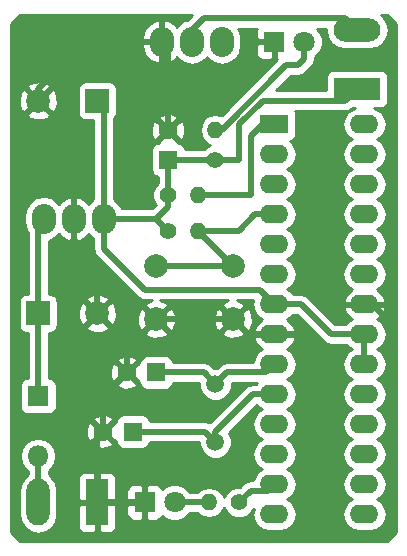
<source format=gbr>
G04 #@! TF.FileFunction,Copper,L2,Bot,Signal*
%FSLAX46Y46*%
G04 Gerber Fmt 4.6, Leading zero omitted, Abs format (unit mm)*
G04 Created by KiCad (PCBNEW 4.0.5) date Wednesday, 05 April 2017 'AMt' 09:54:50*
%MOMM*%
%LPD*%
G01*
G04 APERTURE LIST*
%ADD10C,0.100000*%
%ADD11R,2.400000X1.600000*%
%ADD12O,2.400000X1.600000*%
%ADD13R,2.000000X2.000000*%
%ADD14C,2.000000*%
%ADD15R,1.800000X1.800000*%
%ADD16C,1.800000*%
%ADD17O,1.800000X1.800000*%
%ADD18R,1.980000X3.960000*%
%ADD19O,1.980000X3.960000*%
%ADD20R,3.960000X1.980000*%
%ADD21O,3.960000X1.980000*%
%ADD22O,2.032000X2.540000*%
%ADD23C,1.400000*%
%ADD24O,1.400000X1.400000*%
%ADD25C,1.500000*%
%ADD26R,1.600000X1.600000*%
%ADD27C,1.600000*%
%ADD28C,0.500000*%
%ADD29C,0.254000*%
G04 APERTURE END LIST*
D10*
D11*
X138000000Y-119000000D03*
D12*
X145620000Y-152020000D03*
X138000000Y-121540000D03*
X145620000Y-149480000D03*
X138000000Y-124080000D03*
X145620000Y-146940000D03*
X138000000Y-126620000D03*
X145620000Y-144400000D03*
X138000000Y-129160000D03*
X145620000Y-141860000D03*
X138000000Y-131700000D03*
X145620000Y-139320000D03*
X138000000Y-134240000D03*
X145620000Y-136780000D03*
X138000000Y-136780000D03*
X145620000Y-134240000D03*
X138000000Y-139320000D03*
X145620000Y-131700000D03*
X138000000Y-141860000D03*
X145620000Y-129160000D03*
X138000000Y-144400000D03*
X145620000Y-126620000D03*
X138000000Y-146940000D03*
X145620000Y-124080000D03*
X138000000Y-149480000D03*
X145620000Y-121540000D03*
X138000000Y-152020000D03*
X145620000Y-119000000D03*
D13*
X118000000Y-135000000D03*
D14*
X123000000Y-135000000D03*
D13*
X123000000Y-117000000D03*
D14*
X118000000Y-117000000D03*
D15*
X127000000Y-151000000D03*
D16*
X129540000Y-151000000D03*
D15*
X118000000Y-142000000D03*
D17*
X118000000Y-147080000D03*
D15*
X138000000Y-112000000D03*
D16*
X140540000Y-112000000D03*
D18*
X123000000Y-151000000D03*
D19*
X118000000Y-151000000D03*
D20*
X145000000Y-116000000D03*
D21*
X145000000Y-111000000D03*
D22*
X131000000Y-112000000D03*
X128460000Y-112000000D03*
X133540000Y-112000000D03*
D23*
X135000000Y-151000000D03*
D24*
X132460000Y-151000000D03*
D23*
X129000000Y-128000000D03*
D24*
X131540000Y-128000000D03*
D23*
X133000000Y-122000000D03*
D24*
X133000000Y-119460000D03*
D23*
X129000000Y-125000000D03*
D24*
X131540000Y-125000000D03*
D22*
X121000000Y-127000000D03*
X123540000Y-127000000D03*
X118460000Y-127000000D03*
D25*
X133000000Y-141000000D03*
X133000000Y-145900000D03*
D14*
X128000000Y-135500000D03*
X128000000Y-131000000D03*
X134500000Y-135500000D03*
X134500000Y-131000000D03*
D26*
X129000000Y-122000000D03*
D27*
X129000000Y-119500000D03*
D26*
X128000000Y-140000000D03*
D27*
X125500000Y-140000000D03*
D26*
X126000000Y-145000000D03*
D27*
X123500000Y-145000000D03*
D28*
X118000000Y-135000000D02*
X118000000Y-127460000D01*
X118000000Y-127460000D02*
X118460000Y-127000000D01*
X118000000Y-142000000D02*
X118000000Y-135000000D01*
X145620000Y-134240000D02*
X146240000Y-134240000D01*
X146240000Y-134240000D02*
X148000000Y-136000000D01*
X148000000Y-136000000D02*
X148000000Y-153000000D01*
X148000000Y-153000000D02*
X147000000Y-154000000D01*
X147000000Y-154000000D02*
X142000000Y-154000000D01*
X142000000Y-154000000D02*
X141000000Y-153000000D01*
X141000000Y-153000000D02*
X141000000Y-138000000D01*
X141000000Y-138000000D02*
X139780000Y-136780000D01*
X139780000Y-136780000D02*
X138000000Y-136780000D01*
X129000000Y-119500000D02*
X129000000Y-112540000D01*
X129000000Y-112540000D02*
X128460000Y-112000000D01*
X118000000Y-117000000D02*
X118000000Y-116000000D01*
X118000000Y-116000000D02*
X122000000Y-112000000D01*
X122000000Y-112000000D02*
X128460000Y-112000000D01*
X128000000Y-135500000D02*
X134500000Y-135500000D01*
X134500000Y-135500000D02*
X135780000Y-136780000D01*
X135780000Y-136780000D02*
X138000000Y-136780000D01*
X121000000Y-127000000D02*
X121000000Y-120000000D01*
X121000000Y-120000000D02*
X118000000Y-117000000D01*
X123000000Y-135000000D02*
X123000000Y-132000000D01*
X121000000Y-130000000D02*
X121000000Y-127000000D01*
X123000000Y-132000000D02*
X121000000Y-130000000D01*
X125500000Y-140000000D02*
X125500000Y-137500000D01*
X125500000Y-137500000D02*
X123000000Y-135000000D01*
X125500000Y-138000000D02*
X128000000Y-135500000D01*
X125500000Y-140000000D02*
X125500000Y-138000000D01*
X123500000Y-145000000D02*
X123500000Y-142000000D01*
X123500000Y-142000000D02*
X125500000Y-140000000D01*
X123000000Y-151000000D02*
X123000000Y-145500000D01*
X123000000Y-145500000D02*
X123500000Y-145000000D01*
X123000000Y-151000000D02*
X127000000Y-151000000D01*
X123540000Y-127000000D02*
X123540000Y-117540000D01*
X123540000Y-117540000D02*
X123000000Y-117000000D01*
X133000000Y-122000000D02*
X135000000Y-122000000D01*
X144000000Y-117000000D02*
X145000000Y-116000000D01*
X137000000Y-117000000D02*
X144000000Y-117000000D01*
X135000000Y-119000000D02*
X137000000Y-117000000D01*
X135000000Y-122000000D02*
X135000000Y-119000000D01*
X129000000Y-122000000D02*
X133000000Y-122000000D01*
X129000000Y-125000000D02*
X129000000Y-122000000D01*
X129000000Y-125000000D02*
X129000000Y-126000000D01*
X129000000Y-126000000D02*
X128000000Y-127000000D01*
X123540000Y-127000000D02*
X128000000Y-127000000D01*
X128000000Y-127000000D02*
X129000000Y-128000000D01*
X145620000Y-136780000D02*
X145620000Y-139320000D01*
X138000000Y-134240000D02*
X140240000Y-134240000D01*
X142780000Y-136780000D02*
X145620000Y-136780000D01*
X140240000Y-134240000D02*
X142780000Y-136780000D01*
X123540000Y-127000000D02*
X123540000Y-129540000D01*
X136760000Y-133000000D02*
X138000000Y-134240000D01*
X127000000Y-133000000D02*
X136760000Y-133000000D01*
X123540000Y-129540000D02*
X127000000Y-133000000D01*
X133000000Y-141000000D02*
X134000000Y-140000000D01*
X134000000Y-140000000D02*
X137320000Y-140000000D01*
X137320000Y-140000000D02*
X138000000Y-139320000D01*
X128000000Y-140000000D02*
X132000000Y-140000000D01*
X132000000Y-140000000D02*
X133000000Y-141000000D01*
X133000000Y-145900000D02*
X133000000Y-145000000D01*
X136140000Y-141860000D02*
X138000000Y-141860000D01*
X133000000Y-145000000D02*
X136140000Y-141860000D01*
X126000000Y-145000000D02*
X132100000Y-145000000D01*
X132100000Y-145000000D02*
X133000000Y-145900000D01*
X129540000Y-151000000D02*
X132460000Y-151000000D01*
X118000000Y-151000000D02*
X118000000Y-147080000D01*
X133000000Y-119460000D02*
X133540000Y-119460000D01*
X133540000Y-119460000D02*
X139000000Y-114000000D01*
X139000000Y-114000000D02*
X140000000Y-114000000D01*
X140000000Y-114000000D02*
X140540000Y-113460000D01*
X140540000Y-113460000D02*
X140540000Y-112000000D01*
X131000000Y-112000000D02*
X131000000Y-111000000D01*
X131000000Y-111000000D02*
X132000000Y-110000000D01*
X132000000Y-110000000D02*
X144000000Y-110000000D01*
X144000000Y-110000000D02*
X145000000Y-111000000D01*
X131540000Y-125000000D02*
X136000000Y-125000000D01*
X136000000Y-120000000D02*
X137000000Y-119000000D01*
X136000000Y-125000000D02*
X136000000Y-120000000D01*
X137000000Y-119000000D02*
X138000000Y-119000000D01*
X135000000Y-151000000D02*
X136000000Y-150000000D01*
X136000000Y-150000000D02*
X137480000Y-150000000D01*
X137480000Y-150000000D02*
X138000000Y-149480000D01*
X131540000Y-128000000D02*
X135000000Y-128000000D01*
X136380000Y-126620000D02*
X138000000Y-126620000D01*
X135000000Y-128000000D02*
X136380000Y-126620000D01*
X128000000Y-131000000D02*
X134500000Y-131000000D01*
X134500000Y-131000000D02*
X134000000Y-130500000D01*
X134000000Y-130500000D02*
X134000000Y-130460000D01*
X134000000Y-130460000D02*
X131540000Y-128000000D01*
D29*
G36*
X130613951Y-110134469D02*
X130368190Y-110183354D01*
X129832567Y-110541246D01*
X129715946Y-110715781D01*
X129537630Y-110488764D01*
X128974477Y-110172074D01*
X128842944Y-110140025D01*
X128587000Y-110259164D01*
X128587000Y-111873000D01*
X128607000Y-111873000D01*
X128607000Y-112127000D01*
X128587000Y-112127000D01*
X128587000Y-113740836D01*
X128842944Y-113859975D01*
X128974477Y-113827926D01*
X129537630Y-113511236D01*
X129715946Y-113284219D01*
X129832567Y-113458754D01*
X130368190Y-113816646D01*
X131000000Y-113942321D01*
X131631810Y-113816646D01*
X132167433Y-113458754D01*
X132270000Y-113305252D01*
X132372567Y-113458754D01*
X132908190Y-113816646D01*
X133540000Y-113942321D01*
X134171810Y-113816646D01*
X134707433Y-113458754D01*
X135065325Y-112923131D01*
X135191000Y-112291321D01*
X135191000Y-112285750D01*
X136465000Y-112285750D01*
X136465000Y-113026310D01*
X136561673Y-113259699D01*
X136740302Y-113438327D01*
X136973691Y-113535000D01*
X137714250Y-113535000D01*
X137873000Y-113376250D01*
X137873000Y-112127000D01*
X136623750Y-112127000D01*
X136465000Y-112285750D01*
X135191000Y-112285750D01*
X135191000Y-111708679D01*
X135065325Y-111076869D01*
X134937122Y-110885000D01*
X136501737Y-110885000D01*
X136465000Y-110973690D01*
X136465000Y-111714250D01*
X136623750Y-111873000D01*
X137873000Y-111873000D01*
X137873000Y-111853000D01*
X138127000Y-111853000D01*
X138127000Y-111873000D01*
X138147000Y-111873000D01*
X138147000Y-112127000D01*
X138127000Y-112127000D01*
X138127000Y-113376250D01*
X138249585Y-113498835D01*
X133533105Y-118215316D01*
X133510882Y-118200467D01*
X133000000Y-118098846D01*
X132489118Y-118200467D01*
X132056012Y-118489858D01*
X131766621Y-118922964D01*
X131665000Y-119433846D01*
X131665000Y-119486154D01*
X131766621Y-119997036D01*
X132056012Y-120430142D01*
X132489118Y-120719533D01*
X132566045Y-120734835D01*
X132244771Y-120867582D01*
X131996921Y-121115000D01*
X130431446Y-121115000D01*
X130403162Y-120964683D01*
X130264090Y-120748559D01*
X130051890Y-120603569D01*
X129813799Y-120555354D01*
X129828139Y-120507745D01*
X129000000Y-119679605D01*
X128171861Y-120507745D01*
X128186145Y-120555167D01*
X127964683Y-120596838D01*
X127748559Y-120735910D01*
X127603569Y-120948110D01*
X127552560Y-121200000D01*
X127552560Y-122800000D01*
X127596838Y-123035317D01*
X127735910Y-123251441D01*
X127948110Y-123396431D01*
X128115000Y-123430227D01*
X128115000Y-123997127D01*
X127868902Y-124242796D01*
X127665232Y-124733287D01*
X127664769Y-125264383D01*
X127867582Y-125755229D01*
X127930332Y-125818089D01*
X127633420Y-126115000D01*
X125072910Y-126115000D01*
X125065325Y-126076869D01*
X124707433Y-125541246D01*
X124425000Y-125352530D01*
X124425000Y-119283223D01*
X127553035Y-119283223D01*
X127580222Y-119853454D01*
X127746136Y-120254005D01*
X127992255Y-120328139D01*
X128820395Y-119500000D01*
X129179605Y-119500000D01*
X130007745Y-120328139D01*
X130253864Y-120254005D01*
X130446965Y-119716777D01*
X130419778Y-119146546D01*
X130253864Y-118745995D01*
X130007745Y-118671861D01*
X129179605Y-119500000D01*
X128820395Y-119500000D01*
X127992255Y-118671861D01*
X127746136Y-118745995D01*
X127553035Y-119283223D01*
X124425000Y-119283223D01*
X124425000Y-118492255D01*
X128171861Y-118492255D01*
X129000000Y-119320395D01*
X129828139Y-118492255D01*
X129754005Y-118246136D01*
X129216777Y-118053035D01*
X128646546Y-118080222D01*
X128245995Y-118246136D01*
X128171861Y-118492255D01*
X124425000Y-118492255D01*
X124425000Y-118481104D01*
X124451441Y-118464090D01*
X124596431Y-118251890D01*
X124647440Y-118000000D01*
X124647440Y-116000000D01*
X124603162Y-115764683D01*
X124464090Y-115548559D01*
X124251890Y-115403569D01*
X124000000Y-115352560D01*
X122000000Y-115352560D01*
X121764683Y-115396838D01*
X121548559Y-115535910D01*
X121403569Y-115748110D01*
X121352560Y-116000000D01*
X121352560Y-118000000D01*
X121396838Y-118235317D01*
X121535910Y-118451441D01*
X121748110Y-118596431D01*
X122000000Y-118647440D01*
X122655000Y-118647440D01*
X122655000Y-125352530D01*
X122372567Y-125541246D01*
X122255946Y-125715781D01*
X122077630Y-125488764D01*
X121514477Y-125172074D01*
X121382944Y-125140025D01*
X121127000Y-125259164D01*
X121127000Y-126873000D01*
X121147000Y-126873000D01*
X121147000Y-127127000D01*
X121127000Y-127127000D01*
X121127000Y-128740836D01*
X121382944Y-128859975D01*
X121514477Y-128827926D01*
X122077630Y-128511236D01*
X122255946Y-128284219D01*
X122372567Y-128458754D01*
X122655000Y-128647470D01*
X122655000Y-129539995D01*
X122654999Y-129540000D01*
X122688646Y-129709151D01*
X122722367Y-129878675D01*
X122884500Y-130121325D01*
X122914210Y-130165790D01*
X126374208Y-133625787D01*
X126374210Y-133625790D01*
X126661325Y-133817633D01*
X126717516Y-133828810D01*
X127000000Y-133885001D01*
X127000005Y-133885000D01*
X127597988Y-133885000D01*
X127125736Y-134080613D01*
X127027073Y-134347468D01*
X128000000Y-135320395D01*
X128972927Y-134347468D01*
X128874264Y-134080613D01*
X128347734Y-133885000D01*
X134097988Y-133885000D01*
X133625736Y-134080613D01*
X133527073Y-134347468D01*
X134500000Y-135320395D01*
X135472927Y-134347468D01*
X135374264Y-134080613D01*
X134847734Y-133885000D01*
X136199664Y-133885000D01*
X136129050Y-134240000D01*
X136238283Y-134789151D01*
X136549352Y-135254698D01*
X136927707Y-135507507D01*
X136495500Y-135855104D01*
X136225633Y-136348181D01*
X136208096Y-136430961D01*
X136330085Y-136653000D01*
X137873000Y-136653000D01*
X137873000Y-136633000D01*
X138127000Y-136633000D01*
X138127000Y-136653000D01*
X139669915Y-136653000D01*
X139791904Y-136430961D01*
X139774367Y-136348181D01*
X139504500Y-135855104D01*
X139072293Y-135507507D01*
X139450648Y-135254698D01*
X139537310Y-135125000D01*
X139873420Y-135125000D01*
X142154208Y-137405787D01*
X142154210Y-137405790D01*
X142441325Y-137597633D01*
X142780000Y-137665000D01*
X144082690Y-137665000D01*
X144169352Y-137794698D01*
X144551438Y-138050000D01*
X144169352Y-138305302D01*
X143858283Y-138770849D01*
X143749050Y-139320000D01*
X143858283Y-139869151D01*
X144169352Y-140334698D01*
X144551438Y-140590000D01*
X144169352Y-140845302D01*
X143858283Y-141310849D01*
X143749050Y-141860000D01*
X143858283Y-142409151D01*
X144169352Y-142874698D01*
X144551438Y-143130000D01*
X144169352Y-143385302D01*
X143858283Y-143850849D01*
X143749050Y-144400000D01*
X143858283Y-144949151D01*
X144169352Y-145414698D01*
X144551438Y-145670000D01*
X144169352Y-145925302D01*
X143858283Y-146390849D01*
X143749050Y-146940000D01*
X143858283Y-147489151D01*
X144169352Y-147954698D01*
X144551438Y-148210000D01*
X144169352Y-148465302D01*
X143858283Y-148930849D01*
X143749050Y-149480000D01*
X143858283Y-150029151D01*
X144169352Y-150494698D01*
X144551438Y-150750000D01*
X144169352Y-151005302D01*
X143858283Y-151470849D01*
X143749050Y-152020000D01*
X143858283Y-152569151D01*
X144169352Y-153034698D01*
X144634899Y-153345767D01*
X145184050Y-153455000D01*
X146055950Y-153455000D01*
X146605101Y-153345767D01*
X147070648Y-153034698D01*
X147381717Y-152569151D01*
X147490950Y-152020000D01*
X147381717Y-151470849D01*
X147070648Y-151005302D01*
X146688562Y-150750000D01*
X147070648Y-150494698D01*
X147381717Y-150029151D01*
X147490950Y-149480000D01*
X147381717Y-148930849D01*
X147070648Y-148465302D01*
X146688562Y-148210000D01*
X147070648Y-147954698D01*
X147381717Y-147489151D01*
X147490950Y-146940000D01*
X147381717Y-146390849D01*
X147070648Y-145925302D01*
X146688562Y-145670000D01*
X147070648Y-145414698D01*
X147381717Y-144949151D01*
X147490950Y-144400000D01*
X147381717Y-143850849D01*
X147070648Y-143385302D01*
X146688562Y-143130000D01*
X147070648Y-142874698D01*
X147381717Y-142409151D01*
X147490950Y-141860000D01*
X147381717Y-141310849D01*
X147070648Y-140845302D01*
X146688562Y-140590000D01*
X147070648Y-140334698D01*
X147381717Y-139869151D01*
X147490950Y-139320000D01*
X147381717Y-138770849D01*
X147070648Y-138305302D01*
X146688562Y-138050000D01*
X147070648Y-137794698D01*
X147381717Y-137329151D01*
X147490950Y-136780000D01*
X147381717Y-136230849D01*
X147070648Y-135765302D01*
X146692293Y-135512493D01*
X147124500Y-135164896D01*
X147394367Y-134671819D01*
X147411904Y-134589039D01*
X147289915Y-134367000D01*
X145747000Y-134367000D01*
X145747000Y-134387000D01*
X145493000Y-134387000D01*
X145493000Y-134367000D01*
X143950085Y-134367000D01*
X143828096Y-134589039D01*
X143845633Y-134671819D01*
X144115500Y-135164896D01*
X144547707Y-135512493D01*
X144169352Y-135765302D01*
X144082690Y-135895000D01*
X143146579Y-135895000D01*
X140865790Y-133614210D01*
X140815508Y-133580613D01*
X140578675Y-133422367D01*
X140484172Y-133403569D01*
X140240000Y-133354999D01*
X140239995Y-133355000D01*
X139537310Y-133355000D01*
X139450648Y-133225302D01*
X139068562Y-132970000D01*
X139450648Y-132714698D01*
X139761717Y-132249151D01*
X139870950Y-131700000D01*
X139761717Y-131150849D01*
X139450648Y-130685302D01*
X139068562Y-130430000D01*
X139450648Y-130174698D01*
X139761717Y-129709151D01*
X139870950Y-129160000D01*
X139761717Y-128610849D01*
X139450648Y-128145302D01*
X139068562Y-127890000D01*
X139450648Y-127634698D01*
X139761717Y-127169151D01*
X139870950Y-126620000D01*
X139761717Y-126070849D01*
X139450648Y-125605302D01*
X139068562Y-125350000D01*
X139450648Y-125094698D01*
X139761717Y-124629151D01*
X139870950Y-124080000D01*
X139761717Y-123530849D01*
X139450648Y-123065302D01*
X139068562Y-122810000D01*
X139450648Y-122554698D01*
X139761717Y-122089151D01*
X139870950Y-121540000D01*
X139761717Y-120990849D01*
X139450648Y-120525302D01*
X139304650Y-120427749D01*
X139435317Y-120403162D01*
X139651441Y-120264090D01*
X139796431Y-120051890D01*
X139847440Y-119800000D01*
X139847440Y-118200000D01*
X139803162Y-117964683D01*
X139751887Y-117885000D01*
X143999995Y-117885000D01*
X144000000Y-117885001D01*
X144282484Y-117828810D01*
X144338675Y-117817633D01*
X144608354Y-117637440D01*
X144819870Y-117637440D01*
X144634899Y-117674233D01*
X144169352Y-117985302D01*
X143858283Y-118450849D01*
X143749050Y-119000000D01*
X143858283Y-119549151D01*
X144169352Y-120014698D01*
X144551438Y-120270000D01*
X144169352Y-120525302D01*
X143858283Y-120990849D01*
X143749050Y-121540000D01*
X143858283Y-122089151D01*
X144169352Y-122554698D01*
X144551438Y-122810000D01*
X144169352Y-123065302D01*
X143858283Y-123530849D01*
X143749050Y-124080000D01*
X143858283Y-124629151D01*
X144169352Y-125094698D01*
X144551438Y-125350000D01*
X144169352Y-125605302D01*
X143858283Y-126070849D01*
X143749050Y-126620000D01*
X143858283Y-127169151D01*
X144169352Y-127634698D01*
X144551438Y-127890000D01*
X144169352Y-128145302D01*
X143858283Y-128610849D01*
X143749050Y-129160000D01*
X143858283Y-129709151D01*
X144169352Y-130174698D01*
X144551438Y-130430000D01*
X144169352Y-130685302D01*
X143858283Y-131150849D01*
X143749050Y-131700000D01*
X143858283Y-132249151D01*
X144169352Y-132714698D01*
X144547707Y-132967507D01*
X144115500Y-133315104D01*
X143845633Y-133808181D01*
X143828096Y-133890961D01*
X143950085Y-134113000D01*
X145493000Y-134113000D01*
X145493000Y-134093000D01*
X145747000Y-134093000D01*
X145747000Y-134113000D01*
X147289915Y-134113000D01*
X147411904Y-133890961D01*
X147394367Y-133808181D01*
X147124500Y-133315104D01*
X146692293Y-132967507D01*
X147070648Y-132714698D01*
X147381717Y-132249151D01*
X147490950Y-131700000D01*
X147381717Y-131150849D01*
X147070648Y-130685302D01*
X146688562Y-130430000D01*
X147070648Y-130174698D01*
X147381717Y-129709151D01*
X147490950Y-129160000D01*
X147381717Y-128610849D01*
X147070648Y-128145302D01*
X146688562Y-127890000D01*
X147070648Y-127634698D01*
X147381717Y-127169151D01*
X147490950Y-126620000D01*
X147381717Y-126070849D01*
X147070648Y-125605302D01*
X146688562Y-125350000D01*
X147070648Y-125094698D01*
X147381717Y-124629151D01*
X147490950Y-124080000D01*
X147381717Y-123530849D01*
X147070648Y-123065302D01*
X146688562Y-122810000D01*
X147070648Y-122554698D01*
X147381717Y-122089151D01*
X147490950Y-121540000D01*
X147381717Y-120990849D01*
X147070648Y-120525302D01*
X146688562Y-120270000D01*
X147070648Y-120014698D01*
X147381717Y-119549151D01*
X147490950Y-119000000D01*
X147381717Y-118450849D01*
X147070648Y-117985302D01*
X146605101Y-117674233D01*
X146420130Y-117637440D01*
X146980000Y-117637440D01*
X147215317Y-117593162D01*
X147431441Y-117454090D01*
X147576431Y-117241890D01*
X147627440Y-116990000D01*
X147627440Y-115010000D01*
X147583162Y-114774683D01*
X147444090Y-114558559D01*
X147231890Y-114413569D01*
X146980000Y-114362560D01*
X143020000Y-114362560D01*
X142784683Y-114406838D01*
X142568559Y-114545910D01*
X142423569Y-114758110D01*
X142372560Y-115010000D01*
X142372560Y-116115000D01*
X138136579Y-116115000D01*
X139366579Y-114885000D01*
X139999995Y-114885000D01*
X140000000Y-114885001D01*
X140282484Y-114828810D01*
X140338675Y-114817633D01*
X140625790Y-114625790D01*
X141165787Y-114085792D01*
X141165790Y-114085790D01*
X141357633Y-113798675D01*
X141425000Y-113460000D01*
X141425000Y-113285468D01*
X141840551Y-112870643D01*
X142074733Y-112306670D01*
X142075265Y-111696009D01*
X141842068Y-111131629D01*
X141595870Y-110885000D01*
X142356644Y-110885000D01*
X142333769Y-111000000D01*
X142457465Y-111621861D01*
X142809720Y-112149049D01*
X143336908Y-112501304D01*
X143958769Y-112625000D01*
X146041231Y-112625000D01*
X146663092Y-112501304D01*
X147190280Y-112149049D01*
X147542535Y-111621861D01*
X147666231Y-111000000D01*
X147542535Y-110378139D01*
X147190280Y-109850951D01*
X146979331Y-109710000D01*
X147530394Y-109710000D01*
X148290000Y-110469606D01*
X148290000Y-153530394D01*
X147530394Y-154290000D01*
X116469606Y-154290000D01*
X115710000Y-153530394D01*
X115710000Y-149958769D01*
X116375000Y-149958769D01*
X116375000Y-152041231D01*
X116498696Y-152663092D01*
X116850951Y-153190280D01*
X117378139Y-153542535D01*
X118000000Y-153666231D01*
X118621861Y-153542535D01*
X119149049Y-153190280D01*
X119501304Y-152663092D01*
X119625000Y-152041231D01*
X119625000Y-151285750D01*
X121375000Y-151285750D01*
X121375000Y-153106310D01*
X121471673Y-153339699D01*
X121650302Y-153518327D01*
X121883691Y-153615000D01*
X122714250Y-153615000D01*
X122873000Y-153456250D01*
X122873000Y-151127000D01*
X123127000Y-151127000D01*
X123127000Y-153456250D01*
X123285750Y-153615000D01*
X124116309Y-153615000D01*
X124349698Y-153518327D01*
X124528327Y-153339699D01*
X124625000Y-153106310D01*
X124625000Y-151285750D01*
X125465000Y-151285750D01*
X125465000Y-152026310D01*
X125561673Y-152259699D01*
X125740302Y-152438327D01*
X125973691Y-152535000D01*
X126714250Y-152535000D01*
X126873000Y-152376250D01*
X126873000Y-151127000D01*
X125623750Y-151127000D01*
X125465000Y-151285750D01*
X124625000Y-151285750D01*
X124466250Y-151127000D01*
X123127000Y-151127000D01*
X122873000Y-151127000D01*
X121533750Y-151127000D01*
X121375000Y-151285750D01*
X119625000Y-151285750D01*
X119625000Y-149958769D01*
X119501304Y-149336908D01*
X119205156Y-148893690D01*
X121375000Y-148893690D01*
X121375000Y-150714250D01*
X121533750Y-150873000D01*
X122873000Y-150873000D01*
X122873000Y-148543750D01*
X123127000Y-148543750D01*
X123127000Y-150873000D01*
X124466250Y-150873000D01*
X124625000Y-150714250D01*
X124625000Y-149973690D01*
X125465000Y-149973690D01*
X125465000Y-150714250D01*
X125623750Y-150873000D01*
X126873000Y-150873000D01*
X126873000Y-149623750D01*
X126714250Y-149465000D01*
X125973691Y-149465000D01*
X125740302Y-149561673D01*
X125561673Y-149740301D01*
X125465000Y-149973690D01*
X124625000Y-149973690D01*
X124625000Y-148893690D01*
X124528327Y-148660301D01*
X124349698Y-148481673D01*
X124116309Y-148385000D01*
X123285750Y-148385000D01*
X123127000Y-148543750D01*
X122873000Y-148543750D01*
X122714250Y-148385000D01*
X121883691Y-148385000D01*
X121650302Y-148481673D01*
X121471673Y-148660301D01*
X121375000Y-148893690D01*
X119205156Y-148893690D01*
X119149049Y-148809720D01*
X118885000Y-148633288D01*
X118885000Y-148329390D01*
X119085409Y-148195481D01*
X119418155Y-147697491D01*
X119535000Y-147110072D01*
X119535000Y-147049928D01*
X119418155Y-146462509D01*
X119114292Y-146007745D01*
X122671861Y-146007745D01*
X122745995Y-146253864D01*
X123283223Y-146446965D01*
X123853454Y-146419778D01*
X124254005Y-146253864D01*
X124328139Y-146007745D01*
X123500000Y-145179605D01*
X122671861Y-146007745D01*
X119114292Y-146007745D01*
X119085409Y-145964519D01*
X118587419Y-145631773D01*
X118000000Y-145514928D01*
X117412581Y-145631773D01*
X116914591Y-145964519D01*
X116581845Y-146462509D01*
X116465000Y-147049928D01*
X116465000Y-147110072D01*
X116581845Y-147697491D01*
X116914591Y-148195481D01*
X117115000Y-148329390D01*
X117115000Y-148633288D01*
X116850951Y-148809720D01*
X116498696Y-149336908D01*
X116375000Y-149958769D01*
X115710000Y-149958769D01*
X115710000Y-144783223D01*
X122053035Y-144783223D01*
X122080222Y-145353454D01*
X122246136Y-145754005D01*
X122492255Y-145828139D01*
X123320395Y-145000000D01*
X123679605Y-145000000D01*
X124507745Y-145828139D01*
X124555167Y-145813855D01*
X124596838Y-146035317D01*
X124735910Y-146251441D01*
X124948110Y-146396431D01*
X125200000Y-146447440D01*
X126800000Y-146447440D01*
X127035317Y-146403162D01*
X127251441Y-146264090D01*
X127396431Y-146051890D01*
X127430227Y-145885000D01*
X131615013Y-145885000D01*
X131614760Y-146174285D01*
X131825169Y-146683515D01*
X132214436Y-147073461D01*
X132723298Y-147284759D01*
X133274285Y-147285240D01*
X133783515Y-147074831D01*
X134173461Y-146685564D01*
X134384759Y-146176702D01*
X134385240Y-145625715D01*
X134174831Y-145116485D01*
X134154980Y-145096600D01*
X136480270Y-142771309D01*
X136549352Y-142874698D01*
X136931438Y-143130000D01*
X136549352Y-143385302D01*
X136238283Y-143850849D01*
X136129050Y-144400000D01*
X136238283Y-144949151D01*
X136549352Y-145414698D01*
X136931438Y-145670000D01*
X136549352Y-145925302D01*
X136238283Y-146390849D01*
X136129050Y-146940000D01*
X136238283Y-147489151D01*
X136549352Y-147954698D01*
X136931438Y-148210000D01*
X136549352Y-148465302D01*
X136238283Y-148930849D01*
X136201653Y-149115000D01*
X136000005Y-149115000D01*
X136000000Y-149114999D01*
X135661326Y-149182366D01*
X135661324Y-149182367D01*
X135661325Y-149182367D01*
X135374210Y-149374210D01*
X135374208Y-149374213D01*
X135083349Y-149665072D01*
X134735617Y-149664769D01*
X134244771Y-149867582D01*
X133868902Y-150242796D01*
X133734784Y-150565788D01*
X133719533Y-150489118D01*
X133430142Y-150056012D01*
X132997036Y-149766621D01*
X132486154Y-149665000D01*
X132433846Y-149665000D01*
X131922964Y-149766621D01*
X131489858Y-150056012D01*
X131450444Y-150115000D01*
X130825468Y-150115000D01*
X130410643Y-149699449D01*
X129846670Y-149465267D01*
X129236009Y-149464735D01*
X128671629Y-149697932D01*
X128494159Y-149875092D01*
X128438327Y-149740301D01*
X128259698Y-149561673D01*
X128026309Y-149465000D01*
X127285750Y-149465000D01*
X127127000Y-149623750D01*
X127127000Y-150873000D01*
X127147000Y-150873000D01*
X127147000Y-151127000D01*
X127127000Y-151127000D01*
X127127000Y-152376250D01*
X127285750Y-152535000D01*
X128026309Y-152535000D01*
X128259698Y-152438327D01*
X128438327Y-152259699D01*
X128494119Y-152125006D01*
X128669357Y-152300551D01*
X129233330Y-152534733D01*
X129843991Y-152535265D01*
X130408371Y-152302068D01*
X130826169Y-151885000D01*
X131450444Y-151885000D01*
X131489858Y-151943988D01*
X131922964Y-152233379D01*
X132433846Y-152335000D01*
X132486154Y-152335000D01*
X132997036Y-152233379D01*
X133430142Y-151943988D01*
X133719533Y-151510882D01*
X133734835Y-151433955D01*
X133867582Y-151755229D01*
X134242796Y-152131098D01*
X134733287Y-152334768D01*
X135264383Y-152335231D01*
X135755229Y-152132418D01*
X136131098Y-151757204D01*
X136227506Y-151525028D01*
X136129050Y-152020000D01*
X136238283Y-152569151D01*
X136549352Y-153034698D01*
X137014899Y-153345767D01*
X137564050Y-153455000D01*
X138435950Y-153455000D01*
X138985101Y-153345767D01*
X139450648Y-153034698D01*
X139761717Y-152569151D01*
X139870950Y-152020000D01*
X139761717Y-151470849D01*
X139450648Y-151005302D01*
X139068562Y-150750000D01*
X139450648Y-150494698D01*
X139761717Y-150029151D01*
X139870950Y-149480000D01*
X139761717Y-148930849D01*
X139450648Y-148465302D01*
X139068562Y-148210000D01*
X139450648Y-147954698D01*
X139761717Y-147489151D01*
X139870950Y-146940000D01*
X139761717Y-146390849D01*
X139450648Y-145925302D01*
X139068562Y-145670000D01*
X139450648Y-145414698D01*
X139761717Y-144949151D01*
X139870950Y-144400000D01*
X139761717Y-143850849D01*
X139450648Y-143385302D01*
X139068562Y-143130000D01*
X139450648Y-142874698D01*
X139761717Y-142409151D01*
X139870950Y-141860000D01*
X139761717Y-141310849D01*
X139450648Y-140845302D01*
X139068562Y-140590000D01*
X139450648Y-140334698D01*
X139761717Y-139869151D01*
X139870950Y-139320000D01*
X139761717Y-138770849D01*
X139450648Y-138305302D01*
X139072293Y-138052493D01*
X139504500Y-137704896D01*
X139774367Y-137211819D01*
X139791904Y-137129039D01*
X139669915Y-136907000D01*
X138127000Y-136907000D01*
X138127000Y-136927000D01*
X137873000Y-136927000D01*
X137873000Y-136907000D01*
X136330085Y-136907000D01*
X136208096Y-137129039D01*
X136225633Y-137211819D01*
X136495500Y-137704896D01*
X136927707Y-138052493D01*
X136549352Y-138305302D01*
X136238283Y-138770849D01*
X136169827Y-139115000D01*
X134000005Y-139115000D01*
X134000000Y-139114999D01*
X133661326Y-139182366D01*
X133661324Y-139182367D01*
X133661325Y-139182367D01*
X133374210Y-139374210D01*
X133374208Y-139374213D01*
X133133305Y-139615116D01*
X132866463Y-139614883D01*
X132625790Y-139374210D01*
X132338675Y-139182367D01*
X132282484Y-139171190D01*
X132000000Y-139114999D01*
X131999995Y-139115000D01*
X129431446Y-139115000D01*
X129403162Y-138964683D01*
X129264090Y-138748559D01*
X129051890Y-138603569D01*
X128800000Y-138552560D01*
X127200000Y-138552560D01*
X126964683Y-138596838D01*
X126748559Y-138735910D01*
X126603569Y-138948110D01*
X126555354Y-139186201D01*
X126507745Y-139171861D01*
X125679605Y-140000000D01*
X126507745Y-140828139D01*
X126555167Y-140813855D01*
X126596838Y-141035317D01*
X126735910Y-141251441D01*
X126948110Y-141396431D01*
X127200000Y-141447440D01*
X128800000Y-141447440D01*
X129035317Y-141403162D01*
X129251441Y-141264090D01*
X129396431Y-141051890D01*
X129430227Y-140885000D01*
X131615100Y-140885000D01*
X131614760Y-141274285D01*
X131825169Y-141783515D01*
X132214436Y-142173461D01*
X132723298Y-142384759D01*
X133274285Y-142385240D01*
X133783515Y-142174831D01*
X134173461Y-141785564D01*
X134384759Y-141276702D01*
X134385101Y-140885000D01*
X136522827Y-140885000D01*
X136462690Y-140975000D01*
X136140005Y-140975000D01*
X136140000Y-140974999D01*
X135801326Y-141042366D01*
X135715071Y-141100000D01*
X135514210Y-141234210D01*
X135514208Y-141234213D01*
X132515033Y-144233387D01*
X132438675Y-144182367D01*
X132382484Y-144171190D01*
X132100000Y-144114999D01*
X132099995Y-144115000D01*
X127431446Y-144115000D01*
X127403162Y-143964683D01*
X127264090Y-143748559D01*
X127051890Y-143603569D01*
X126800000Y-143552560D01*
X125200000Y-143552560D01*
X124964683Y-143596838D01*
X124748559Y-143735910D01*
X124603569Y-143948110D01*
X124555354Y-144186201D01*
X124507745Y-144171861D01*
X123679605Y-145000000D01*
X123320395Y-145000000D01*
X122492255Y-144171861D01*
X122246136Y-144245995D01*
X122053035Y-144783223D01*
X115710000Y-144783223D01*
X115710000Y-143992255D01*
X122671861Y-143992255D01*
X123500000Y-144820395D01*
X124328139Y-143992255D01*
X124254005Y-143746136D01*
X123716777Y-143553035D01*
X123146546Y-143580222D01*
X122745995Y-143746136D01*
X122671861Y-143992255D01*
X115710000Y-143992255D01*
X115710000Y-134000000D01*
X116352560Y-134000000D01*
X116352560Y-136000000D01*
X116396838Y-136235317D01*
X116535910Y-136451441D01*
X116748110Y-136596431D01*
X117000000Y-136647440D01*
X117115000Y-136647440D01*
X117115000Y-140452560D01*
X117100000Y-140452560D01*
X116864683Y-140496838D01*
X116648559Y-140635910D01*
X116503569Y-140848110D01*
X116452560Y-141100000D01*
X116452560Y-142900000D01*
X116496838Y-143135317D01*
X116635910Y-143351441D01*
X116848110Y-143496431D01*
X117100000Y-143547440D01*
X118900000Y-143547440D01*
X119135317Y-143503162D01*
X119351441Y-143364090D01*
X119496431Y-143151890D01*
X119547440Y-142900000D01*
X119547440Y-141100000D01*
X119530082Y-141007745D01*
X124671861Y-141007745D01*
X124745995Y-141253864D01*
X125283223Y-141446965D01*
X125853454Y-141419778D01*
X126254005Y-141253864D01*
X126328139Y-141007745D01*
X125500000Y-140179605D01*
X124671861Y-141007745D01*
X119530082Y-141007745D01*
X119503162Y-140864683D01*
X119364090Y-140648559D01*
X119151890Y-140503569D01*
X118900000Y-140452560D01*
X118885000Y-140452560D01*
X118885000Y-139783223D01*
X124053035Y-139783223D01*
X124080222Y-140353454D01*
X124246136Y-140754005D01*
X124492255Y-140828139D01*
X125320395Y-140000000D01*
X124492255Y-139171861D01*
X124246136Y-139245995D01*
X124053035Y-139783223D01*
X118885000Y-139783223D01*
X118885000Y-138992255D01*
X124671861Y-138992255D01*
X125500000Y-139820395D01*
X126328139Y-138992255D01*
X126254005Y-138746136D01*
X125716777Y-138553035D01*
X125146546Y-138580222D01*
X124745995Y-138746136D01*
X124671861Y-138992255D01*
X118885000Y-138992255D01*
X118885000Y-136652532D01*
X127027073Y-136652532D01*
X127125736Y-136919387D01*
X127735461Y-137145908D01*
X128385460Y-137121856D01*
X128874264Y-136919387D01*
X128972927Y-136652532D01*
X133527073Y-136652532D01*
X133625736Y-136919387D01*
X134235461Y-137145908D01*
X134885460Y-137121856D01*
X135374264Y-136919387D01*
X135472927Y-136652532D01*
X134500000Y-135679605D01*
X133527073Y-136652532D01*
X128972927Y-136652532D01*
X128000000Y-135679605D01*
X127027073Y-136652532D01*
X118885000Y-136652532D01*
X118885000Y-136647440D01*
X119000000Y-136647440D01*
X119235317Y-136603162D01*
X119451441Y-136464090D01*
X119596431Y-136251890D01*
X119616551Y-136152532D01*
X122027073Y-136152532D01*
X122125736Y-136419387D01*
X122735461Y-136645908D01*
X123385460Y-136621856D01*
X123874264Y-136419387D01*
X123972927Y-136152532D01*
X123000000Y-135179605D01*
X122027073Y-136152532D01*
X119616551Y-136152532D01*
X119647440Y-136000000D01*
X119647440Y-134735461D01*
X121354092Y-134735461D01*
X121378144Y-135385460D01*
X121580613Y-135874264D01*
X121847468Y-135972927D01*
X122820395Y-135000000D01*
X123179605Y-135000000D01*
X124152532Y-135972927D01*
X124419387Y-135874264D01*
X124645908Y-135264539D01*
X124644833Y-135235461D01*
X126354092Y-135235461D01*
X126378144Y-135885460D01*
X126580613Y-136374264D01*
X126847468Y-136472927D01*
X127820395Y-135500000D01*
X128179605Y-135500000D01*
X129152532Y-136472927D01*
X129419387Y-136374264D01*
X129645908Y-135764539D01*
X129626331Y-135235461D01*
X132854092Y-135235461D01*
X132878144Y-135885460D01*
X133080613Y-136374264D01*
X133347468Y-136472927D01*
X134320395Y-135500000D01*
X134679605Y-135500000D01*
X135652532Y-136472927D01*
X135919387Y-136374264D01*
X136145908Y-135764539D01*
X136121856Y-135114540D01*
X135919387Y-134625736D01*
X135652532Y-134527073D01*
X134679605Y-135500000D01*
X134320395Y-135500000D01*
X133347468Y-134527073D01*
X133080613Y-134625736D01*
X132854092Y-135235461D01*
X129626331Y-135235461D01*
X129621856Y-135114540D01*
X129419387Y-134625736D01*
X129152532Y-134527073D01*
X128179605Y-135500000D01*
X127820395Y-135500000D01*
X126847468Y-134527073D01*
X126580613Y-134625736D01*
X126354092Y-135235461D01*
X124644833Y-135235461D01*
X124621856Y-134614540D01*
X124419387Y-134125736D01*
X124152532Y-134027073D01*
X123179605Y-135000000D01*
X122820395Y-135000000D01*
X121847468Y-134027073D01*
X121580613Y-134125736D01*
X121354092Y-134735461D01*
X119647440Y-134735461D01*
X119647440Y-134000000D01*
X119618740Y-133847468D01*
X122027073Y-133847468D01*
X123000000Y-134820395D01*
X123972927Y-133847468D01*
X123874264Y-133580613D01*
X123264539Y-133354092D01*
X122614540Y-133378144D01*
X122125736Y-133580613D01*
X122027073Y-133847468D01*
X119618740Y-133847468D01*
X119603162Y-133764683D01*
X119464090Y-133548559D01*
X119251890Y-133403569D01*
X119000000Y-133352560D01*
X118885000Y-133352560D01*
X118885000Y-128857783D01*
X119091810Y-128816646D01*
X119627433Y-128458754D01*
X119744054Y-128284219D01*
X119922370Y-128511236D01*
X120485523Y-128827926D01*
X120617056Y-128859975D01*
X120873000Y-128740836D01*
X120873000Y-127127000D01*
X120853000Y-127127000D01*
X120853000Y-126873000D01*
X120873000Y-126873000D01*
X120873000Y-125259164D01*
X120617056Y-125140025D01*
X120485523Y-125172074D01*
X119922370Y-125488764D01*
X119744054Y-125715781D01*
X119627433Y-125541246D01*
X119091810Y-125183354D01*
X118460000Y-125057679D01*
X117828190Y-125183354D01*
X117292567Y-125541246D01*
X116934675Y-126076869D01*
X116809000Y-126708679D01*
X116809000Y-127291321D01*
X116934675Y-127923131D01*
X117115000Y-128193006D01*
X117115000Y-133352560D01*
X117000000Y-133352560D01*
X116764683Y-133396838D01*
X116548559Y-133535910D01*
X116403569Y-133748110D01*
X116352560Y-134000000D01*
X115710000Y-134000000D01*
X115710000Y-118152532D01*
X117027073Y-118152532D01*
X117125736Y-118419387D01*
X117735461Y-118645908D01*
X118385460Y-118621856D01*
X118874264Y-118419387D01*
X118972927Y-118152532D01*
X118000000Y-117179605D01*
X117027073Y-118152532D01*
X115710000Y-118152532D01*
X115710000Y-116735461D01*
X116354092Y-116735461D01*
X116378144Y-117385460D01*
X116580613Y-117874264D01*
X116847468Y-117972927D01*
X117820395Y-117000000D01*
X118179605Y-117000000D01*
X119152532Y-117972927D01*
X119419387Y-117874264D01*
X119645908Y-117264539D01*
X119621856Y-116614540D01*
X119419387Y-116125736D01*
X119152532Y-116027073D01*
X118179605Y-117000000D01*
X117820395Y-117000000D01*
X116847468Y-116027073D01*
X116580613Y-116125736D01*
X116354092Y-116735461D01*
X115710000Y-116735461D01*
X115710000Y-115847468D01*
X117027073Y-115847468D01*
X118000000Y-116820395D01*
X118972927Y-115847468D01*
X118874264Y-115580613D01*
X118264539Y-115354092D01*
X117614540Y-115378144D01*
X117125736Y-115580613D01*
X117027073Y-115847468D01*
X115710000Y-115847468D01*
X115710000Y-112127000D01*
X126809000Y-112127000D01*
X126809000Y-112381000D01*
X126983276Y-113003143D01*
X127382370Y-113511236D01*
X127945523Y-113827926D01*
X128077056Y-113859975D01*
X128333000Y-113740836D01*
X128333000Y-112127000D01*
X126809000Y-112127000D01*
X115710000Y-112127000D01*
X115710000Y-111619000D01*
X126809000Y-111619000D01*
X126809000Y-111873000D01*
X128333000Y-111873000D01*
X128333000Y-110259164D01*
X128077056Y-110140025D01*
X127945523Y-110172074D01*
X127382370Y-110488764D01*
X126983276Y-110996857D01*
X126809000Y-111619000D01*
X115710000Y-111619000D01*
X115710000Y-110469606D01*
X116469606Y-109710000D01*
X131038421Y-109710000D01*
X130613951Y-110134469D01*
X130613951Y-110134469D01*
G37*
X130613951Y-110134469D02*
X130368190Y-110183354D01*
X129832567Y-110541246D01*
X129715946Y-110715781D01*
X129537630Y-110488764D01*
X128974477Y-110172074D01*
X128842944Y-110140025D01*
X128587000Y-110259164D01*
X128587000Y-111873000D01*
X128607000Y-111873000D01*
X128607000Y-112127000D01*
X128587000Y-112127000D01*
X128587000Y-113740836D01*
X128842944Y-113859975D01*
X128974477Y-113827926D01*
X129537630Y-113511236D01*
X129715946Y-113284219D01*
X129832567Y-113458754D01*
X130368190Y-113816646D01*
X131000000Y-113942321D01*
X131631810Y-113816646D01*
X132167433Y-113458754D01*
X132270000Y-113305252D01*
X132372567Y-113458754D01*
X132908190Y-113816646D01*
X133540000Y-113942321D01*
X134171810Y-113816646D01*
X134707433Y-113458754D01*
X135065325Y-112923131D01*
X135191000Y-112291321D01*
X135191000Y-112285750D01*
X136465000Y-112285750D01*
X136465000Y-113026310D01*
X136561673Y-113259699D01*
X136740302Y-113438327D01*
X136973691Y-113535000D01*
X137714250Y-113535000D01*
X137873000Y-113376250D01*
X137873000Y-112127000D01*
X136623750Y-112127000D01*
X136465000Y-112285750D01*
X135191000Y-112285750D01*
X135191000Y-111708679D01*
X135065325Y-111076869D01*
X134937122Y-110885000D01*
X136501737Y-110885000D01*
X136465000Y-110973690D01*
X136465000Y-111714250D01*
X136623750Y-111873000D01*
X137873000Y-111873000D01*
X137873000Y-111853000D01*
X138127000Y-111853000D01*
X138127000Y-111873000D01*
X138147000Y-111873000D01*
X138147000Y-112127000D01*
X138127000Y-112127000D01*
X138127000Y-113376250D01*
X138249585Y-113498835D01*
X133533105Y-118215316D01*
X133510882Y-118200467D01*
X133000000Y-118098846D01*
X132489118Y-118200467D01*
X132056012Y-118489858D01*
X131766621Y-118922964D01*
X131665000Y-119433846D01*
X131665000Y-119486154D01*
X131766621Y-119997036D01*
X132056012Y-120430142D01*
X132489118Y-120719533D01*
X132566045Y-120734835D01*
X132244771Y-120867582D01*
X131996921Y-121115000D01*
X130431446Y-121115000D01*
X130403162Y-120964683D01*
X130264090Y-120748559D01*
X130051890Y-120603569D01*
X129813799Y-120555354D01*
X129828139Y-120507745D01*
X129000000Y-119679605D01*
X128171861Y-120507745D01*
X128186145Y-120555167D01*
X127964683Y-120596838D01*
X127748559Y-120735910D01*
X127603569Y-120948110D01*
X127552560Y-121200000D01*
X127552560Y-122800000D01*
X127596838Y-123035317D01*
X127735910Y-123251441D01*
X127948110Y-123396431D01*
X128115000Y-123430227D01*
X128115000Y-123997127D01*
X127868902Y-124242796D01*
X127665232Y-124733287D01*
X127664769Y-125264383D01*
X127867582Y-125755229D01*
X127930332Y-125818089D01*
X127633420Y-126115000D01*
X125072910Y-126115000D01*
X125065325Y-126076869D01*
X124707433Y-125541246D01*
X124425000Y-125352530D01*
X124425000Y-119283223D01*
X127553035Y-119283223D01*
X127580222Y-119853454D01*
X127746136Y-120254005D01*
X127992255Y-120328139D01*
X128820395Y-119500000D01*
X129179605Y-119500000D01*
X130007745Y-120328139D01*
X130253864Y-120254005D01*
X130446965Y-119716777D01*
X130419778Y-119146546D01*
X130253864Y-118745995D01*
X130007745Y-118671861D01*
X129179605Y-119500000D01*
X128820395Y-119500000D01*
X127992255Y-118671861D01*
X127746136Y-118745995D01*
X127553035Y-119283223D01*
X124425000Y-119283223D01*
X124425000Y-118492255D01*
X128171861Y-118492255D01*
X129000000Y-119320395D01*
X129828139Y-118492255D01*
X129754005Y-118246136D01*
X129216777Y-118053035D01*
X128646546Y-118080222D01*
X128245995Y-118246136D01*
X128171861Y-118492255D01*
X124425000Y-118492255D01*
X124425000Y-118481104D01*
X124451441Y-118464090D01*
X124596431Y-118251890D01*
X124647440Y-118000000D01*
X124647440Y-116000000D01*
X124603162Y-115764683D01*
X124464090Y-115548559D01*
X124251890Y-115403569D01*
X124000000Y-115352560D01*
X122000000Y-115352560D01*
X121764683Y-115396838D01*
X121548559Y-115535910D01*
X121403569Y-115748110D01*
X121352560Y-116000000D01*
X121352560Y-118000000D01*
X121396838Y-118235317D01*
X121535910Y-118451441D01*
X121748110Y-118596431D01*
X122000000Y-118647440D01*
X122655000Y-118647440D01*
X122655000Y-125352530D01*
X122372567Y-125541246D01*
X122255946Y-125715781D01*
X122077630Y-125488764D01*
X121514477Y-125172074D01*
X121382944Y-125140025D01*
X121127000Y-125259164D01*
X121127000Y-126873000D01*
X121147000Y-126873000D01*
X121147000Y-127127000D01*
X121127000Y-127127000D01*
X121127000Y-128740836D01*
X121382944Y-128859975D01*
X121514477Y-128827926D01*
X122077630Y-128511236D01*
X122255946Y-128284219D01*
X122372567Y-128458754D01*
X122655000Y-128647470D01*
X122655000Y-129539995D01*
X122654999Y-129540000D01*
X122688646Y-129709151D01*
X122722367Y-129878675D01*
X122884500Y-130121325D01*
X122914210Y-130165790D01*
X126374208Y-133625787D01*
X126374210Y-133625790D01*
X126661325Y-133817633D01*
X126717516Y-133828810D01*
X127000000Y-133885001D01*
X127000005Y-133885000D01*
X127597988Y-133885000D01*
X127125736Y-134080613D01*
X127027073Y-134347468D01*
X128000000Y-135320395D01*
X128972927Y-134347468D01*
X128874264Y-134080613D01*
X128347734Y-133885000D01*
X134097988Y-133885000D01*
X133625736Y-134080613D01*
X133527073Y-134347468D01*
X134500000Y-135320395D01*
X135472927Y-134347468D01*
X135374264Y-134080613D01*
X134847734Y-133885000D01*
X136199664Y-133885000D01*
X136129050Y-134240000D01*
X136238283Y-134789151D01*
X136549352Y-135254698D01*
X136927707Y-135507507D01*
X136495500Y-135855104D01*
X136225633Y-136348181D01*
X136208096Y-136430961D01*
X136330085Y-136653000D01*
X137873000Y-136653000D01*
X137873000Y-136633000D01*
X138127000Y-136633000D01*
X138127000Y-136653000D01*
X139669915Y-136653000D01*
X139791904Y-136430961D01*
X139774367Y-136348181D01*
X139504500Y-135855104D01*
X139072293Y-135507507D01*
X139450648Y-135254698D01*
X139537310Y-135125000D01*
X139873420Y-135125000D01*
X142154208Y-137405787D01*
X142154210Y-137405790D01*
X142441325Y-137597633D01*
X142780000Y-137665000D01*
X144082690Y-137665000D01*
X144169352Y-137794698D01*
X144551438Y-138050000D01*
X144169352Y-138305302D01*
X143858283Y-138770849D01*
X143749050Y-139320000D01*
X143858283Y-139869151D01*
X144169352Y-140334698D01*
X144551438Y-140590000D01*
X144169352Y-140845302D01*
X143858283Y-141310849D01*
X143749050Y-141860000D01*
X143858283Y-142409151D01*
X144169352Y-142874698D01*
X144551438Y-143130000D01*
X144169352Y-143385302D01*
X143858283Y-143850849D01*
X143749050Y-144400000D01*
X143858283Y-144949151D01*
X144169352Y-145414698D01*
X144551438Y-145670000D01*
X144169352Y-145925302D01*
X143858283Y-146390849D01*
X143749050Y-146940000D01*
X143858283Y-147489151D01*
X144169352Y-147954698D01*
X144551438Y-148210000D01*
X144169352Y-148465302D01*
X143858283Y-148930849D01*
X143749050Y-149480000D01*
X143858283Y-150029151D01*
X144169352Y-150494698D01*
X144551438Y-150750000D01*
X144169352Y-151005302D01*
X143858283Y-151470849D01*
X143749050Y-152020000D01*
X143858283Y-152569151D01*
X144169352Y-153034698D01*
X144634899Y-153345767D01*
X145184050Y-153455000D01*
X146055950Y-153455000D01*
X146605101Y-153345767D01*
X147070648Y-153034698D01*
X147381717Y-152569151D01*
X147490950Y-152020000D01*
X147381717Y-151470849D01*
X147070648Y-151005302D01*
X146688562Y-150750000D01*
X147070648Y-150494698D01*
X147381717Y-150029151D01*
X147490950Y-149480000D01*
X147381717Y-148930849D01*
X147070648Y-148465302D01*
X146688562Y-148210000D01*
X147070648Y-147954698D01*
X147381717Y-147489151D01*
X147490950Y-146940000D01*
X147381717Y-146390849D01*
X147070648Y-145925302D01*
X146688562Y-145670000D01*
X147070648Y-145414698D01*
X147381717Y-144949151D01*
X147490950Y-144400000D01*
X147381717Y-143850849D01*
X147070648Y-143385302D01*
X146688562Y-143130000D01*
X147070648Y-142874698D01*
X147381717Y-142409151D01*
X147490950Y-141860000D01*
X147381717Y-141310849D01*
X147070648Y-140845302D01*
X146688562Y-140590000D01*
X147070648Y-140334698D01*
X147381717Y-139869151D01*
X147490950Y-139320000D01*
X147381717Y-138770849D01*
X147070648Y-138305302D01*
X146688562Y-138050000D01*
X147070648Y-137794698D01*
X147381717Y-137329151D01*
X147490950Y-136780000D01*
X147381717Y-136230849D01*
X147070648Y-135765302D01*
X146692293Y-135512493D01*
X147124500Y-135164896D01*
X147394367Y-134671819D01*
X147411904Y-134589039D01*
X147289915Y-134367000D01*
X145747000Y-134367000D01*
X145747000Y-134387000D01*
X145493000Y-134387000D01*
X145493000Y-134367000D01*
X143950085Y-134367000D01*
X143828096Y-134589039D01*
X143845633Y-134671819D01*
X144115500Y-135164896D01*
X144547707Y-135512493D01*
X144169352Y-135765302D01*
X144082690Y-135895000D01*
X143146579Y-135895000D01*
X140865790Y-133614210D01*
X140815508Y-133580613D01*
X140578675Y-133422367D01*
X140484172Y-133403569D01*
X140240000Y-133354999D01*
X140239995Y-133355000D01*
X139537310Y-133355000D01*
X139450648Y-133225302D01*
X139068562Y-132970000D01*
X139450648Y-132714698D01*
X139761717Y-132249151D01*
X139870950Y-131700000D01*
X139761717Y-131150849D01*
X139450648Y-130685302D01*
X139068562Y-130430000D01*
X139450648Y-130174698D01*
X139761717Y-129709151D01*
X139870950Y-129160000D01*
X139761717Y-128610849D01*
X139450648Y-128145302D01*
X139068562Y-127890000D01*
X139450648Y-127634698D01*
X139761717Y-127169151D01*
X139870950Y-126620000D01*
X139761717Y-126070849D01*
X139450648Y-125605302D01*
X139068562Y-125350000D01*
X139450648Y-125094698D01*
X139761717Y-124629151D01*
X139870950Y-124080000D01*
X139761717Y-123530849D01*
X139450648Y-123065302D01*
X139068562Y-122810000D01*
X139450648Y-122554698D01*
X139761717Y-122089151D01*
X139870950Y-121540000D01*
X139761717Y-120990849D01*
X139450648Y-120525302D01*
X139304650Y-120427749D01*
X139435317Y-120403162D01*
X139651441Y-120264090D01*
X139796431Y-120051890D01*
X139847440Y-119800000D01*
X139847440Y-118200000D01*
X139803162Y-117964683D01*
X139751887Y-117885000D01*
X143999995Y-117885000D01*
X144000000Y-117885001D01*
X144282484Y-117828810D01*
X144338675Y-117817633D01*
X144608354Y-117637440D01*
X144819870Y-117637440D01*
X144634899Y-117674233D01*
X144169352Y-117985302D01*
X143858283Y-118450849D01*
X143749050Y-119000000D01*
X143858283Y-119549151D01*
X144169352Y-120014698D01*
X144551438Y-120270000D01*
X144169352Y-120525302D01*
X143858283Y-120990849D01*
X143749050Y-121540000D01*
X143858283Y-122089151D01*
X144169352Y-122554698D01*
X144551438Y-122810000D01*
X144169352Y-123065302D01*
X143858283Y-123530849D01*
X143749050Y-124080000D01*
X143858283Y-124629151D01*
X144169352Y-125094698D01*
X144551438Y-125350000D01*
X144169352Y-125605302D01*
X143858283Y-126070849D01*
X143749050Y-126620000D01*
X143858283Y-127169151D01*
X144169352Y-127634698D01*
X144551438Y-127890000D01*
X144169352Y-128145302D01*
X143858283Y-128610849D01*
X143749050Y-129160000D01*
X143858283Y-129709151D01*
X144169352Y-130174698D01*
X144551438Y-130430000D01*
X144169352Y-130685302D01*
X143858283Y-131150849D01*
X143749050Y-131700000D01*
X143858283Y-132249151D01*
X144169352Y-132714698D01*
X144547707Y-132967507D01*
X144115500Y-133315104D01*
X143845633Y-133808181D01*
X143828096Y-133890961D01*
X143950085Y-134113000D01*
X145493000Y-134113000D01*
X145493000Y-134093000D01*
X145747000Y-134093000D01*
X145747000Y-134113000D01*
X147289915Y-134113000D01*
X147411904Y-133890961D01*
X147394367Y-133808181D01*
X147124500Y-133315104D01*
X146692293Y-132967507D01*
X147070648Y-132714698D01*
X147381717Y-132249151D01*
X147490950Y-131700000D01*
X147381717Y-131150849D01*
X147070648Y-130685302D01*
X146688562Y-130430000D01*
X147070648Y-130174698D01*
X147381717Y-129709151D01*
X147490950Y-129160000D01*
X147381717Y-128610849D01*
X147070648Y-128145302D01*
X146688562Y-127890000D01*
X147070648Y-127634698D01*
X147381717Y-127169151D01*
X147490950Y-126620000D01*
X147381717Y-126070849D01*
X147070648Y-125605302D01*
X146688562Y-125350000D01*
X147070648Y-125094698D01*
X147381717Y-124629151D01*
X147490950Y-124080000D01*
X147381717Y-123530849D01*
X147070648Y-123065302D01*
X146688562Y-122810000D01*
X147070648Y-122554698D01*
X147381717Y-122089151D01*
X147490950Y-121540000D01*
X147381717Y-120990849D01*
X147070648Y-120525302D01*
X146688562Y-120270000D01*
X147070648Y-120014698D01*
X147381717Y-119549151D01*
X147490950Y-119000000D01*
X147381717Y-118450849D01*
X147070648Y-117985302D01*
X146605101Y-117674233D01*
X146420130Y-117637440D01*
X146980000Y-117637440D01*
X147215317Y-117593162D01*
X147431441Y-117454090D01*
X147576431Y-117241890D01*
X147627440Y-116990000D01*
X147627440Y-115010000D01*
X147583162Y-114774683D01*
X147444090Y-114558559D01*
X147231890Y-114413569D01*
X146980000Y-114362560D01*
X143020000Y-114362560D01*
X142784683Y-114406838D01*
X142568559Y-114545910D01*
X142423569Y-114758110D01*
X142372560Y-115010000D01*
X142372560Y-116115000D01*
X138136579Y-116115000D01*
X139366579Y-114885000D01*
X139999995Y-114885000D01*
X140000000Y-114885001D01*
X140282484Y-114828810D01*
X140338675Y-114817633D01*
X140625790Y-114625790D01*
X141165787Y-114085792D01*
X141165790Y-114085790D01*
X141357633Y-113798675D01*
X141425000Y-113460000D01*
X141425000Y-113285468D01*
X141840551Y-112870643D01*
X142074733Y-112306670D01*
X142075265Y-111696009D01*
X141842068Y-111131629D01*
X141595870Y-110885000D01*
X142356644Y-110885000D01*
X142333769Y-111000000D01*
X142457465Y-111621861D01*
X142809720Y-112149049D01*
X143336908Y-112501304D01*
X143958769Y-112625000D01*
X146041231Y-112625000D01*
X146663092Y-112501304D01*
X147190280Y-112149049D01*
X147542535Y-111621861D01*
X147666231Y-111000000D01*
X147542535Y-110378139D01*
X147190280Y-109850951D01*
X146979331Y-109710000D01*
X147530394Y-109710000D01*
X148290000Y-110469606D01*
X148290000Y-153530394D01*
X147530394Y-154290000D01*
X116469606Y-154290000D01*
X115710000Y-153530394D01*
X115710000Y-149958769D01*
X116375000Y-149958769D01*
X116375000Y-152041231D01*
X116498696Y-152663092D01*
X116850951Y-153190280D01*
X117378139Y-153542535D01*
X118000000Y-153666231D01*
X118621861Y-153542535D01*
X119149049Y-153190280D01*
X119501304Y-152663092D01*
X119625000Y-152041231D01*
X119625000Y-151285750D01*
X121375000Y-151285750D01*
X121375000Y-153106310D01*
X121471673Y-153339699D01*
X121650302Y-153518327D01*
X121883691Y-153615000D01*
X122714250Y-153615000D01*
X122873000Y-153456250D01*
X122873000Y-151127000D01*
X123127000Y-151127000D01*
X123127000Y-153456250D01*
X123285750Y-153615000D01*
X124116309Y-153615000D01*
X124349698Y-153518327D01*
X124528327Y-153339699D01*
X124625000Y-153106310D01*
X124625000Y-151285750D01*
X125465000Y-151285750D01*
X125465000Y-152026310D01*
X125561673Y-152259699D01*
X125740302Y-152438327D01*
X125973691Y-152535000D01*
X126714250Y-152535000D01*
X126873000Y-152376250D01*
X126873000Y-151127000D01*
X125623750Y-151127000D01*
X125465000Y-151285750D01*
X124625000Y-151285750D01*
X124466250Y-151127000D01*
X123127000Y-151127000D01*
X122873000Y-151127000D01*
X121533750Y-151127000D01*
X121375000Y-151285750D01*
X119625000Y-151285750D01*
X119625000Y-149958769D01*
X119501304Y-149336908D01*
X119205156Y-148893690D01*
X121375000Y-148893690D01*
X121375000Y-150714250D01*
X121533750Y-150873000D01*
X122873000Y-150873000D01*
X122873000Y-148543750D01*
X123127000Y-148543750D01*
X123127000Y-150873000D01*
X124466250Y-150873000D01*
X124625000Y-150714250D01*
X124625000Y-149973690D01*
X125465000Y-149973690D01*
X125465000Y-150714250D01*
X125623750Y-150873000D01*
X126873000Y-150873000D01*
X126873000Y-149623750D01*
X126714250Y-149465000D01*
X125973691Y-149465000D01*
X125740302Y-149561673D01*
X125561673Y-149740301D01*
X125465000Y-149973690D01*
X124625000Y-149973690D01*
X124625000Y-148893690D01*
X124528327Y-148660301D01*
X124349698Y-148481673D01*
X124116309Y-148385000D01*
X123285750Y-148385000D01*
X123127000Y-148543750D01*
X122873000Y-148543750D01*
X122714250Y-148385000D01*
X121883691Y-148385000D01*
X121650302Y-148481673D01*
X121471673Y-148660301D01*
X121375000Y-148893690D01*
X119205156Y-148893690D01*
X119149049Y-148809720D01*
X118885000Y-148633288D01*
X118885000Y-148329390D01*
X119085409Y-148195481D01*
X119418155Y-147697491D01*
X119535000Y-147110072D01*
X119535000Y-147049928D01*
X119418155Y-146462509D01*
X119114292Y-146007745D01*
X122671861Y-146007745D01*
X122745995Y-146253864D01*
X123283223Y-146446965D01*
X123853454Y-146419778D01*
X124254005Y-146253864D01*
X124328139Y-146007745D01*
X123500000Y-145179605D01*
X122671861Y-146007745D01*
X119114292Y-146007745D01*
X119085409Y-145964519D01*
X118587419Y-145631773D01*
X118000000Y-145514928D01*
X117412581Y-145631773D01*
X116914591Y-145964519D01*
X116581845Y-146462509D01*
X116465000Y-147049928D01*
X116465000Y-147110072D01*
X116581845Y-147697491D01*
X116914591Y-148195481D01*
X117115000Y-148329390D01*
X117115000Y-148633288D01*
X116850951Y-148809720D01*
X116498696Y-149336908D01*
X116375000Y-149958769D01*
X115710000Y-149958769D01*
X115710000Y-144783223D01*
X122053035Y-144783223D01*
X122080222Y-145353454D01*
X122246136Y-145754005D01*
X122492255Y-145828139D01*
X123320395Y-145000000D01*
X123679605Y-145000000D01*
X124507745Y-145828139D01*
X124555167Y-145813855D01*
X124596838Y-146035317D01*
X124735910Y-146251441D01*
X124948110Y-146396431D01*
X125200000Y-146447440D01*
X126800000Y-146447440D01*
X127035317Y-146403162D01*
X127251441Y-146264090D01*
X127396431Y-146051890D01*
X127430227Y-145885000D01*
X131615013Y-145885000D01*
X131614760Y-146174285D01*
X131825169Y-146683515D01*
X132214436Y-147073461D01*
X132723298Y-147284759D01*
X133274285Y-147285240D01*
X133783515Y-147074831D01*
X134173461Y-146685564D01*
X134384759Y-146176702D01*
X134385240Y-145625715D01*
X134174831Y-145116485D01*
X134154980Y-145096600D01*
X136480270Y-142771309D01*
X136549352Y-142874698D01*
X136931438Y-143130000D01*
X136549352Y-143385302D01*
X136238283Y-143850849D01*
X136129050Y-144400000D01*
X136238283Y-144949151D01*
X136549352Y-145414698D01*
X136931438Y-145670000D01*
X136549352Y-145925302D01*
X136238283Y-146390849D01*
X136129050Y-146940000D01*
X136238283Y-147489151D01*
X136549352Y-147954698D01*
X136931438Y-148210000D01*
X136549352Y-148465302D01*
X136238283Y-148930849D01*
X136201653Y-149115000D01*
X136000005Y-149115000D01*
X136000000Y-149114999D01*
X135661326Y-149182366D01*
X135661324Y-149182367D01*
X135661325Y-149182367D01*
X135374210Y-149374210D01*
X135374208Y-149374213D01*
X135083349Y-149665072D01*
X134735617Y-149664769D01*
X134244771Y-149867582D01*
X133868902Y-150242796D01*
X133734784Y-150565788D01*
X133719533Y-150489118D01*
X133430142Y-150056012D01*
X132997036Y-149766621D01*
X132486154Y-149665000D01*
X132433846Y-149665000D01*
X131922964Y-149766621D01*
X131489858Y-150056012D01*
X131450444Y-150115000D01*
X130825468Y-150115000D01*
X130410643Y-149699449D01*
X129846670Y-149465267D01*
X129236009Y-149464735D01*
X128671629Y-149697932D01*
X128494159Y-149875092D01*
X128438327Y-149740301D01*
X128259698Y-149561673D01*
X128026309Y-149465000D01*
X127285750Y-149465000D01*
X127127000Y-149623750D01*
X127127000Y-150873000D01*
X127147000Y-150873000D01*
X127147000Y-151127000D01*
X127127000Y-151127000D01*
X127127000Y-152376250D01*
X127285750Y-152535000D01*
X128026309Y-152535000D01*
X128259698Y-152438327D01*
X128438327Y-152259699D01*
X128494119Y-152125006D01*
X128669357Y-152300551D01*
X129233330Y-152534733D01*
X129843991Y-152535265D01*
X130408371Y-152302068D01*
X130826169Y-151885000D01*
X131450444Y-151885000D01*
X131489858Y-151943988D01*
X131922964Y-152233379D01*
X132433846Y-152335000D01*
X132486154Y-152335000D01*
X132997036Y-152233379D01*
X133430142Y-151943988D01*
X133719533Y-151510882D01*
X133734835Y-151433955D01*
X133867582Y-151755229D01*
X134242796Y-152131098D01*
X134733287Y-152334768D01*
X135264383Y-152335231D01*
X135755229Y-152132418D01*
X136131098Y-151757204D01*
X136227506Y-151525028D01*
X136129050Y-152020000D01*
X136238283Y-152569151D01*
X136549352Y-153034698D01*
X137014899Y-153345767D01*
X137564050Y-153455000D01*
X138435950Y-153455000D01*
X138985101Y-153345767D01*
X139450648Y-153034698D01*
X139761717Y-152569151D01*
X139870950Y-152020000D01*
X139761717Y-151470849D01*
X139450648Y-151005302D01*
X139068562Y-150750000D01*
X139450648Y-150494698D01*
X139761717Y-150029151D01*
X139870950Y-149480000D01*
X139761717Y-148930849D01*
X139450648Y-148465302D01*
X139068562Y-148210000D01*
X139450648Y-147954698D01*
X139761717Y-147489151D01*
X139870950Y-146940000D01*
X139761717Y-146390849D01*
X139450648Y-145925302D01*
X139068562Y-145670000D01*
X139450648Y-145414698D01*
X139761717Y-144949151D01*
X139870950Y-144400000D01*
X139761717Y-143850849D01*
X139450648Y-143385302D01*
X139068562Y-143130000D01*
X139450648Y-142874698D01*
X139761717Y-142409151D01*
X139870950Y-141860000D01*
X139761717Y-141310849D01*
X139450648Y-140845302D01*
X139068562Y-140590000D01*
X139450648Y-140334698D01*
X139761717Y-139869151D01*
X139870950Y-139320000D01*
X139761717Y-138770849D01*
X139450648Y-138305302D01*
X139072293Y-138052493D01*
X139504500Y-137704896D01*
X139774367Y-137211819D01*
X139791904Y-137129039D01*
X139669915Y-136907000D01*
X138127000Y-136907000D01*
X138127000Y-136927000D01*
X137873000Y-136927000D01*
X137873000Y-136907000D01*
X136330085Y-136907000D01*
X136208096Y-137129039D01*
X136225633Y-137211819D01*
X136495500Y-137704896D01*
X136927707Y-138052493D01*
X136549352Y-138305302D01*
X136238283Y-138770849D01*
X136169827Y-139115000D01*
X134000005Y-139115000D01*
X134000000Y-139114999D01*
X133661326Y-139182366D01*
X133661324Y-139182367D01*
X133661325Y-139182367D01*
X133374210Y-139374210D01*
X133374208Y-139374213D01*
X133133305Y-139615116D01*
X132866463Y-139614883D01*
X132625790Y-139374210D01*
X132338675Y-139182367D01*
X132282484Y-139171190D01*
X132000000Y-139114999D01*
X131999995Y-139115000D01*
X129431446Y-139115000D01*
X129403162Y-138964683D01*
X129264090Y-138748559D01*
X129051890Y-138603569D01*
X128800000Y-138552560D01*
X127200000Y-138552560D01*
X126964683Y-138596838D01*
X126748559Y-138735910D01*
X126603569Y-138948110D01*
X126555354Y-139186201D01*
X126507745Y-139171861D01*
X125679605Y-140000000D01*
X126507745Y-140828139D01*
X126555167Y-140813855D01*
X126596838Y-141035317D01*
X126735910Y-141251441D01*
X126948110Y-141396431D01*
X127200000Y-141447440D01*
X128800000Y-141447440D01*
X129035317Y-141403162D01*
X129251441Y-141264090D01*
X129396431Y-141051890D01*
X129430227Y-140885000D01*
X131615100Y-140885000D01*
X131614760Y-141274285D01*
X131825169Y-141783515D01*
X132214436Y-142173461D01*
X132723298Y-142384759D01*
X133274285Y-142385240D01*
X133783515Y-142174831D01*
X134173461Y-141785564D01*
X134384759Y-141276702D01*
X134385101Y-140885000D01*
X136522827Y-140885000D01*
X136462690Y-140975000D01*
X136140005Y-140975000D01*
X136140000Y-140974999D01*
X135801326Y-141042366D01*
X135715071Y-141100000D01*
X135514210Y-141234210D01*
X135514208Y-141234213D01*
X132515033Y-144233387D01*
X132438675Y-144182367D01*
X132382484Y-144171190D01*
X132100000Y-144114999D01*
X132099995Y-144115000D01*
X127431446Y-144115000D01*
X127403162Y-143964683D01*
X127264090Y-143748559D01*
X127051890Y-143603569D01*
X126800000Y-143552560D01*
X125200000Y-143552560D01*
X124964683Y-143596838D01*
X124748559Y-143735910D01*
X124603569Y-143948110D01*
X124555354Y-144186201D01*
X124507745Y-144171861D01*
X123679605Y-145000000D01*
X123320395Y-145000000D01*
X122492255Y-144171861D01*
X122246136Y-144245995D01*
X122053035Y-144783223D01*
X115710000Y-144783223D01*
X115710000Y-143992255D01*
X122671861Y-143992255D01*
X123500000Y-144820395D01*
X124328139Y-143992255D01*
X124254005Y-143746136D01*
X123716777Y-143553035D01*
X123146546Y-143580222D01*
X122745995Y-143746136D01*
X122671861Y-143992255D01*
X115710000Y-143992255D01*
X115710000Y-134000000D01*
X116352560Y-134000000D01*
X116352560Y-136000000D01*
X116396838Y-136235317D01*
X116535910Y-136451441D01*
X116748110Y-136596431D01*
X117000000Y-136647440D01*
X117115000Y-136647440D01*
X117115000Y-140452560D01*
X117100000Y-140452560D01*
X116864683Y-140496838D01*
X116648559Y-140635910D01*
X116503569Y-140848110D01*
X116452560Y-141100000D01*
X116452560Y-142900000D01*
X116496838Y-143135317D01*
X116635910Y-143351441D01*
X116848110Y-143496431D01*
X117100000Y-143547440D01*
X118900000Y-143547440D01*
X119135317Y-143503162D01*
X119351441Y-143364090D01*
X119496431Y-143151890D01*
X119547440Y-142900000D01*
X119547440Y-141100000D01*
X119530082Y-141007745D01*
X124671861Y-141007745D01*
X124745995Y-141253864D01*
X125283223Y-141446965D01*
X125853454Y-141419778D01*
X126254005Y-141253864D01*
X126328139Y-141007745D01*
X125500000Y-140179605D01*
X124671861Y-141007745D01*
X119530082Y-141007745D01*
X119503162Y-140864683D01*
X119364090Y-140648559D01*
X119151890Y-140503569D01*
X118900000Y-140452560D01*
X118885000Y-140452560D01*
X118885000Y-139783223D01*
X124053035Y-139783223D01*
X124080222Y-140353454D01*
X124246136Y-140754005D01*
X124492255Y-140828139D01*
X125320395Y-140000000D01*
X124492255Y-139171861D01*
X124246136Y-139245995D01*
X124053035Y-139783223D01*
X118885000Y-139783223D01*
X118885000Y-138992255D01*
X124671861Y-138992255D01*
X125500000Y-139820395D01*
X126328139Y-138992255D01*
X126254005Y-138746136D01*
X125716777Y-138553035D01*
X125146546Y-138580222D01*
X124745995Y-138746136D01*
X124671861Y-138992255D01*
X118885000Y-138992255D01*
X118885000Y-136652532D01*
X127027073Y-136652532D01*
X127125736Y-136919387D01*
X127735461Y-137145908D01*
X128385460Y-137121856D01*
X128874264Y-136919387D01*
X128972927Y-136652532D01*
X133527073Y-136652532D01*
X133625736Y-136919387D01*
X134235461Y-137145908D01*
X134885460Y-137121856D01*
X135374264Y-136919387D01*
X135472927Y-136652532D01*
X134500000Y-135679605D01*
X133527073Y-136652532D01*
X128972927Y-136652532D01*
X128000000Y-135679605D01*
X127027073Y-136652532D01*
X118885000Y-136652532D01*
X118885000Y-136647440D01*
X119000000Y-136647440D01*
X119235317Y-136603162D01*
X119451441Y-136464090D01*
X119596431Y-136251890D01*
X119616551Y-136152532D01*
X122027073Y-136152532D01*
X122125736Y-136419387D01*
X122735461Y-136645908D01*
X123385460Y-136621856D01*
X123874264Y-136419387D01*
X123972927Y-136152532D01*
X123000000Y-135179605D01*
X122027073Y-136152532D01*
X119616551Y-136152532D01*
X119647440Y-136000000D01*
X119647440Y-134735461D01*
X121354092Y-134735461D01*
X121378144Y-135385460D01*
X121580613Y-135874264D01*
X121847468Y-135972927D01*
X122820395Y-135000000D01*
X123179605Y-135000000D01*
X124152532Y-135972927D01*
X124419387Y-135874264D01*
X124645908Y-135264539D01*
X124644833Y-135235461D01*
X126354092Y-135235461D01*
X126378144Y-135885460D01*
X126580613Y-136374264D01*
X126847468Y-136472927D01*
X127820395Y-135500000D01*
X128179605Y-135500000D01*
X129152532Y-136472927D01*
X129419387Y-136374264D01*
X129645908Y-135764539D01*
X129626331Y-135235461D01*
X132854092Y-135235461D01*
X132878144Y-135885460D01*
X133080613Y-136374264D01*
X133347468Y-136472927D01*
X134320395Y-135500000D01*
X134679605Y-135500000D01*
X135652532Y-136472927D01*
X135919387Y-136374264D01*
X136145908Y-135764539D01*
X136121856Y-135114540D01*
X135919387Y-134625736D01*
X135652532Y-134527073D01*
X134679605Y-135500000D01*
X134320395Y-135500000D01*
X133347468Y-134527073D01*
X133080613Y-134625736D01*
X132854092Y-135235461D01*
X129626331Y-135235461D01*
X129621856Y-135114540D01*
X129419387Y-134625736D01*
X129152532Y-134527073D01*
X128179605Y-135500000D01*
X127820395Y-135500000D01*
X126847468Y-134527073D01*
X126580613Y-134625736D01*
X126354092Y-135235461D01*
X124644833Y-135235461D01*
X124621856Y-134614540D01*
X124419387Y-134125736D01*
X124152532Y-134027073D01*
X123179605Y-135000000D01*
X122820395Y-135000000D01*
X121847468Y-134027073D01*
X121580613Y-134125736D01*
X121354092Y-134735461D01*
X119647440Y-134735461D01*
X119647440Y-134000000D01*
X119618740Y-133847468D01*
X122027073Y-133847468D01*
X123000000Y-134820395D01*
X123972927Y-133847468D01*
X123874264Y-133580613D01*
X123264539Y-133354092D01*
X122614540Y-133378144D01*
X122125736Y-133580613D01*
X122027073Y-133847468D01*
X119618740Y-133847468D01*
X119603162Y-133764683D01*
X119464090Y-133548559D01*
X119251890Y-133403569D01*
X119000000Y-133352560D01*
X118885000Y-133352560D01*
X118885000Y-128857783D01*
X119091810Y-128816646D01*
X119627433Y-128458754D01*
X119744054Y-128284219D01*
X119922370Y-128511236D01*
X120485523Y-128827926D01*
X120617056Y-128859975D01*
X120873000Y-128740836D01*
X120873000Y-127127000D01*
X120853000Y-127127000D01*
X120853000Y-126873000D01*
X120873000Y-126873000D01*
X120873000Y-125259164D01*
X120617056Y-125140025D01*
X120485523Y-125172074D01*
X119922370Y-125488764D01*
X119744054Y-125715781D01*
X119627433Y-125541246D01*
X119091810Y-125183354D01*
X118460000Y-125057679D01*
X117828190Y-125183354D01*
X117292567Y-125541246D01*
X116934675Y-126076869D01*
X116809000Y-126708679D01*
X116809000Y-127291321D01*
X116934675Y-127923131D01*
X117115000Y-128193006D01*
X117115000Y-133352560D01*
X117000000Y-133352560D01*
X116764683Y-133396838D01*
X116548559Y-133535910D01*
X116403569Y-133748110D01*
X116352560Y-134000000D01*
X115710000Y-134000000D01*
X115710000Y-118152532D01*
X117027073Y-118152532D01*
X117125736Y-118419387D01*
X117735461Y-118645908D01*
X118385460Y-118621856D01*
X118874264Y-118419387D01*
X118972927Y-118152532D01*
X118000000Y-117179605D01*
X117027073Y-118152532D01*
X115710000Y-118152532D01*
X115710000Y-116735461D01*
X116354092Y-116735461D01*
X116378144Y-117385460D01*
X116580613Y-117874264D01*
X116847468Y-117972927D01*
X117820395Y-117000000D01*
X118179605Y-117000000D01*
X119152532Y-117972927D01*
X119419387Y-117874264D01*
X119645908Y-117264539D01*
X119621856Y-116614540D01*
X119419387Y-116125736D01*
X119152532Y-116027073D01*
X118179605Y-117000000D01*
X117820395Y-117000000D01*
X116847468Y-116027073D01*
X116580613Y-116125736D01*
X116354092Y-116735461D01*
X115710000Y-116735461D01*
X115710000Y-115847468D01*
X117027073Y-115847468D01*
X118000000Y-116820395D01*
X118972927Y-115847468D01*
X118874264Y-115580613D01*
X118264539Y-115354092D01*
X117614540Y-115378144D01*
X117125736Y-115580613D01*
X117027073Y-115847468D01*
X115710000Y-115847468D01*
X115710000Y-112127000D01*
X126809000Y-112127000D01*
X126809000Y-112381000D01*
X126983276Y-113003143D01*
X127382370Y-113511236D01*
X127945523Y-113827926D01*
X128077056Y-113859975D01*
X128333000Y-113740836D01*
X128333000Y-112127000D01*
X126809000Y-112127000D01*
X115710000Y-112127000D01*
X115710000Y-111619000D01*
X126809000Y-111619000D01*
X126809000Y-111873000D01*
X128333000Y-111873000D01*
X128333000Y-110259164D01*
X128077056Y-110140025D01*
X127945523Y-110172074D01*
X127382370Y-110488764D01*
X126983276Y-110996857D01*
X126809000Y-111619000D01*
X115710000Y-111619000D01*
X115710000Y-110469606D01*
X116469606Y-109710000D01*
X131038421Y-109710000D01*
X130613951Y-110134469D01*
M02*

</source>
